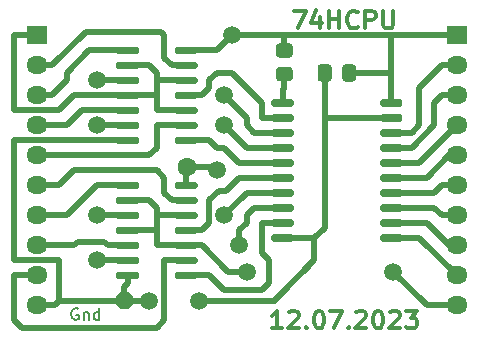
<source format=gbr>
G04 #@! TF.GenerationSoftware,KiCad,Pcbnew,(5.1.8)-1*
G04 #@! TF.CreationDate,2023-07-12T22:57:21+03:00*
G04 #@! TF.ProjectId,INV,494e562e-6b69-4636-9164-5f7063625858,rev?*
G04 #@! TF.SameCoordinates,PX48ab840PY2455c20*
G04 #@! TF.FileFunction,Copper,L1,Top*
G04 #@! TF.FilePolarity,Positive*
%FSLAX46Y46*%
G04 Gerber Fmt 4.6, Leading zero omitted, Abs format (unit mm)*
G04 Created by KiCad (PCBNEW (5.1.8)-1) date 2023-07-12 22:57:21*
%MOMM*%
%LPD*%
G01*
G04 APERTURE LIST*
G04 #@! TA.AperFunction,NonConductor*
%ADD10C,0.150000*%
G04 #@! TD*
G04 #@! TA.AperFunction,NonConductor*
%ADD11C,0.300000*%
G04 #@! TD*
G04 #@! TA.AperFunction,ComponentPad*
%ADD12C,1.600000*%
G04 #@! TD*
G04 #@! TA.AperFunction,ComponentPad*
%ADD13O,1.800000X1.500000*%
G04 #@! TD*
G04 #@! TA.AperFunction,ComponentPad*
%ADD14R,1.800000X1.500000*%
G04 #@! TD*
G04 #@! TA.AperFunction,ViaPad*
%ADD15C,1.500000*%
G04 #@! TD*
G04 #@! TA.AperFunction,Conductor*
%ADD16C,0.500000*%
G04 #@! TD*
G04 #@! TA.AperFunction,Conductor*
%ADD17C,0.400000*%
G04 #@! TD*
G04 APERTURE END LIST*
D10*
X6024642Y-25662000D02*
X5929404Y-25614380D01*
X5786547Y-25614380D01*
X5643690Y-25662000D01*
X5548452Y-25757238D01*
X5500833Y-25852476D01*
X5453214Y-26042952D01*
X5453214Y-26185809D01*
X5500833Y-26376285D01*
X5548452Y-26471523D01*
X5643690Y-26566761D01*
X5786547Y-26614380D01*
X5881785Y-26614380D01*
X6024642Y-26566761D01*
X6072261Y-26519142D01*
X6072261Y-26185809D01*
X5881785Y-26185809D01*
X6500833Y-25947714D02*
X6500833Y-26614380D01*
X6500833Y-26042952D02*
X6548452Y-25995333D01*
X6643690Y-25947714D01*
X6786547Y-25947714D01*
X6881785Y-25995333D01*
X6929404Y-26090571D01*
X6929404Y-26614380D01*
X7834166Y-26614380D02*
X7834166Y-25614380D01*
X7834166Y-26566761D02*
X7738928Y-26614380D01*
X7548452Y-26614380D01*
X7453214Y-26566761D01*
X7405595Y-26519142D01*
X7357976Y-26423904D01*
X7357976Y-26138190D01*
X7405595Y-26042952D01*
X7453214Y-25995333D01*
X7548452Y-25947714D01*
X7738928Y-25947714D01*
X7834166Y-25995333D01*
D11*
X24289285Y-448571D02*
X25289285Y-448571D01*
X24646428Y-1948571D01*
X26503571Y-948571D02*
X26503571Y-1948571D01*
X26146428Y-377142D02*
X25789285Y-1448571D01*
X26717857Y-1448571D01*
X27289285Y-1948571D02*
X27289285Y-448571D01*
X27289285Y-1162857D02*
X28146428Y-1162857D01*
X28146428Y-1948571D02*
X28146428Y-448571D01*
X29717857Y-1805714D02*
X29646428Y-1877142D01*
X29432142Y-1948571D01*
X29289285Y-1948571D01*
X29075000Y-1877142D01*
X28932142Y-1734285D01*
X28860714Y-1591428D01*
X28789285Y-1305714D01*
X28789285Y-1091428D01*
X28860714Y-805714D01*
X28932142Y-662857D01*
X29075000Y-520000D01*
X29289285Y-448571D01*
X29432142Y-448571D01*
X29646428Y-520000D01*
X29717857Y-591428D01*
X30360714Y-1948571D02*
X30360714Y-448571D01*
X30932142Y-448571D01*
X31075000Y-520000D01*
X31146428Y-591428D01*
X31217857Y-734285D01*
X31217857Y-948571D01*
X31146428Y-1091428D01*
X31075000Y-1162857D01*
X30932142Y-1234285D01*
X30360714Y-1234285D01*
X31860714Y-448571D02*
X31860714Y-1662857D01*
X31932142Y-1805714D01*
X32003571Y-1877142D01*
X32146428Y-1948571D01*
X32432142Y-1948571D01*
X32575000Y-1877142D01*
X32646428Y-1805714D01*
X32717857Y-1662857D01*
X32717857Y-448571D01*
X23289285Y-27348571D02*
X22432142Y-27348571D01*
X22860714Y-27348571D02*
X22860714Y-25848571D01*
X22717857Y-26062857D01*
X22575000Y-26205714D01*
X22432142Y-26277142D01*
X23860714Y-25991428D02*
X23932142Y-25920000D01*
X24075000Y-25848571D01*
X24432142Y-25848571D01*
X24575000Y-25920000D01*
X24646428Y-25991428D01*
X24717857Y-26134285D01*
X24717857Y-26277142D01*
X24646428Y-26491428D01*
X23789285Y-27348571D01*
X24717857Y-27348571D01*
X25360714Y-27205714D02*
X25432142Y-27277142D01*
X25360714Y-27348571D01*
X25289285Y-27277142D01*
X25360714Y-27205714D01*
X25360714Y-27348571D01*
X26360714Y-25848571D02*
X26503571Y-25848571D01*
X26646428Y-25920000D01*
X26717857Y-25991428D01*
X26789285Y-26134285D01*
X26860714Y-26420000D01*
X26860714Y-26777142D01*
X26789285Y-27062857D01*
X26717857Y-27205714D01*
X26646428Y-27277142D01*
X26503571Y-27348571D01*
X26360714Y-27348571D01*
X26217857Y-27277142D01*
X26146428Y-27205714D01*
X26075000Y-27062857D01*
X26003571Y-26777142D01*
X26003571Y-26420000D01*
X26075000Y-26134285D01*
X26146428Y-25991428D01*
X26217857Y-25920000D01*
X26360714Y-25848571D01*
X27360714Y-25848571D02*
X28360714Y-25848571D01*
X27717857Y-27348571D01*
X28932142Y-27205714D02*
X29003571Y-27277142D01*
X28932142Y-27348571D01*
X28860714Y-27277142D01*
X28932142Y-27205714D01*
X28932142Y-27348571D01*
X29575000Y-25991428D02*
X29646428Y-25920000D01*
X29789285Y-25848571D01*
X30146428Y-25848571D01*
X30289285Y-25920000D01*
X30360714Y-25991428D01*
X30432142Y-26134285D01*
X30432142Y-26277142D01*
X30360714Y-26491428D01*
X29503571Y-27348571D01*
X30432142Y-27348571D01*
X31360714Y-25848571D02*
X31503571Y-25848571D01*
X31646428Y-25920000D01*
X31717857Y-25991428D01*
X31789285Y-26134285D01*
X31860714Y-26420000D01*
X31860714Y-26777142D01*
X31789285Y-27062857D01*
X31717857Y-27205714D01*
X31646428Y-27277142D01*
X31503571Y-27348571D01*
X31360714Y-27348571D01*
X31217857Y-27277142D01*
X31146428Y-27205714D01*
X31075000Y-27062857D01*
X31003571Y-26777142D01*
X31003571Y-26420000D01*
X31075000Y-26134285D01*
X31146428Y-25991428D01*
X31217857Y-25920000D01*
X31360714Y-25848571D01*
X32432142Y-25991428D02*
X32503571Y-25920000D01*
X32646428Y-25848571D01*
X33003571Y-25848571D01*
X33146428Y-25920000D01*
X33217857Y-25991428D01*
X33289285Y-26134285D01*
X33289285Y-26277142D01*
X33217857Y-26491428D01*
X32360714Y-27348571D01*
X33289285Y-27348571D01*
X33789285Y-25848571D02*
X34717857Y-25848571D01*
X34217857Y-26420000D01*
X34432142Y-26420000D01*
X34575000Y-26491428D01*
X34646428Y-26562857D01*
X34717857Y-26705714D01*
X34717857Y-27062857D01*
X34646428Y-27205714D01*
X34575000Y-27277142D01*
X34432142Y-27348571D01*
X34003571Y-27348571D01*
X33860714Y-27277142D01*
X33789285Y-27205714D01*
G04 #@! TA.AperFunction,SMDPad,CuDef*
G36*
G01*
X27490000Y-5240000D02*
X27490000Y-6190000D01*
G75*
G02*
X27240000Y-6440000I-250000J0D01*
G01*
X26565000Y-6440000D01*
G75*
G02*
X26315000Y-6190000I0J250000D01*
G01*
X26315000Y-5240000D01*
G75*
G02*
X26565000Y-4990000I250000J0D01*
G01*
X27240000Y-4990000D01*
G75*
G02*
X27490000Y-5240000I0J-250000D01*
G01*
G37*
G04 #@! TD.AperFunction*
G04 #@! TA.AperFunction,SMDPad,CuDef*
G36*
G01*
X29565000Y-5240000D02*
X29565000Y-6190000D01*
G75*
G02*
X29315000Y-6440000I-250000J0D01*
G01*
X28640000Y-6440000D01*
G75*
G02*
X28390000Y-6190000I0J250000D01*
G01*
X28390000Y-5240000D01*
G75*
G02*
X28640000Y-4990000I250000J0D01*
G01*
X29315000Y-4990000D01*
G75*
G02*
X29565000Y-5240000I0J-250000D01*
G01*
G37*
G04 #@! TD.AperFunction*
G04 #@! TA.AperFunction,ComponentPad*
G36*
G01*
X10295367Y-24256301D02*
X10295367Y-24256301D01*
G75*
G02*
X10682318Y-25319442I-338095J-725046D01*
G01*
X10682318Y-25319442D01*
G75*
G02*
X9619177Y-25706393I-725046J338095D01*
G01*
X9619177Y-25706393D01*
G75*
G02*
X9232226Y-24643252I338095J725046D01*
G01*
X9232226Y-24643252D01*
G75*
G02*
X10295367Y-24256301I725046J-338095D01*
G01*
G37*
G04 #@! TD.AperFunction*
D12*
X15240000Y-13652500D03*
G04 #@! TA.AperFunction,SMDPad,CuDef*
G36*
G01*
X23945001Y-4410000D02*
X23044999Y-4410000D01*
G75*
G02*
X22795000Y-4160001I0J249999D01*
G01*
X22795000Y-3459999D01*
G75*
G02*
X23044999Y-3210000I249999J0D01*
G01*
X23945001Y-3210000D01*
G75*
G02*
X24195000Y-3459999I0J-249999D01*
G01*
X24195000Y-4160001D01*
G75*
G02*
X23945001Y-4410000I-249999J0D01*
G01*
G37*
G04 #@! TD.AperFunction*
G04 #@! TA.AperFunction,SMDPad,CuDef*
G36*
G01*
X23945001Y-6410000D02*
X23044999Y-6410000D01*
G75*
G02*
X22795000Y-6160001I0J249999D01*
G01*
X22795000Y-5459999D01*
G75*
G02*
X23044999Y-5210000I249999J0D01*
G01*
X23945001Y-5210000D01*
G75*
G02*
X24195000Y-5459999I0J-249999D01*
G01*
X24195000Y-6160001D01*
G75*
G02*
X23945001Y-6410000I-249999J0D01*
G01*
G37*
G04 #@! TD.AperFunction*
G04 #@! TA.AperFunction,SMDPad,CuDef*
G36*
G01*
X31590000Y-8405000D02*
X31590000Y-8105000D01*
G75*
G02*
X31740000Y-7955000I150000J0D01*
G01*
X33340000Y-7955000D01*
G75*
G02*
X33490000Y-8105000I0J-150000D01*
G01*
X33490000Y-8405000D01*
G75*
G02*
X33340000Y-8555000I-150000J0D01*
G01*
X31740000Y-8555000D01*
G75*
G02*
X31590000Y-8405000I0J150000D01*
G01*
G37*
G04 #@! TD.AperFunction*
G04 #@! TA.AperFunction,SMDPad,CuDef*
G36*
G01*
X31590000Y-9675000D02*
X31590000Y-9375000D01*
G75*
G02*
X31740000Y-9225000I150000J0D01*
G01*
X33340000Y-9225000D01*
G75*
G02*
X33490000Y-9375000I0J-150000D01*
G01*
X33490000Y-9675000D01*
G75*
G02*
X33340000Y-9825000I-150000J0D01*
G01*
X31740000Y-9825000D01*
G75*
G02*
X31590000Y-9675000I0J150000D01*
G01*
G37*
G04 #@! TD.AperFunction*
G04 #@! TA.AperFunction,SMDPad,CuDef*
G36*
G01*
X31590000Y-10945000D02*
X31590000Y-10645000D01*
G75*
G02*
X31740000Y-10495000I150000J0D01*
G01*
X33340000Y-10495000D01*
G75*
G02*
X33490000Y-10645000I0J-150000D01*
G01*
X33490000Y-10945000D01*
G75*
G02*
X33340000Y-11095000I-150000J0D01*
G01*
X31740000Y-11095000D01*
G75*
G02*
X31590000Y-10945000I0J150000D01*
G01*
G37*
G04 #@! TD.AperFunction*
G04 #@! TA.AperFunction,SMDPad,CuDef*
G36*
G01*
X31590000Y-12215000D02*
X31590000Y-11915000D01*
G75*
G02*
X31740000Y-11765000I150000J0D01*
G01*
X33340000Y-11765000D01*
G75*
G02*
X33490000Y-11915000I0J-150000D01*
G01*
X33490000Y-12215000D01*
G75*
G02*
X33340000Y-12365000I-150000J0D01*
G01*
X31740000Y-12365000D01*
G75*
G02*
X31590000Y-12215000I0J150000D01*
G01*
G37*
G04 #@! TD.AperFunction*
G04 #@! TA.AperFunction,SMDPad,CuDef*
G36*
G01*
X31590000Y-13485000D02*
X31590000Y-13185000D01*
G75*
G02*
X31740000Y-13035000I150000J0D01*
G01*
X33340000Y-13035000D01*
G75*
G02*
X33490000Y-13185000I0J-150000D01*
G01*
X33490000Y-13485000D01*
G75*
G02*
X33340000Y-13635000I-150000J0D01*
G01*
X31740000Y-13635000D01*
G75*
G02*
X31590000Y-13485000I0J150000D01*
G01*
G37*
G04 #@! TD.AperFunction*
G04 #@! TA.AperFunction,SMDPad,CuDef*
G36*
G01*
X31590000Y-14755000D02*
X31590000Y-14455000D01*
G75*
G02*
X31740000Y-14305000I150000J0D01*
G01*
X33340000Y-14305000D01*
G75*
G02*
X33490000Y-14455000I0J-150000D01*
G01*
X33490000Y-14755000D01*
G75*
G02*
X33340000Y-14905000I-150000J0D01*
G01*
X31740000Y-14905000D01*
G75*
G02*
X31590000Y-14755000I0J150000D01*
G01*
G37*
G04 #@! TD.AperFunction*
G04 #@! TA.AperFunction,SMDPad,CuDef*
G36*
G01*
X31590000Y-16025000D02*
X31590000Y-15725000D01*
G75*
G02*
X31740000Y-15575000I150000J0D01*
G01*
X33340000Y-15575000D01*
G75*
G02*
X33490000Y-15725000I0J-150000D01*
G01*
X33490000Y-16025000D01*
G75*
G02*
X33340000Y-16175000I-150000J0D01*
G01*
X31740000Y-16175000D01*
G75*
G02*
X31590000Y-16025000I0J150000D01*
G01*
G37*
G04 #@! TD.AperFunction*
G04 #@! TA.AperFunction,SMDPad,CuDef*
G36*
G01*
X31590000Y-17295000D02*
X31590000Y-16995000D01*
G75*
G02*
X31740000Y-16845000I150000J0D01*
G01*
X33340000Y-16845000D01*
G75*
G02*
X33490000Y-16995000I0J-150000D01*
G01*
X33490000Y-17295000D01*
G75*
G02*
X33340000Y-17445000I-150000J0D01*
G01*
X31740000Y-17445000D01*
G75*
G02*
X31590000Y-17295000I0J150000D01*
G01*
G37*
G04 #@! TD.AperFunction*
G04 #@! TA.AperFunction,SMDPad,CuDef*
G36*
G01*
X31590000Y-18565000D02*
X31590000Y-18265000D01*
G75*
G02*
X31740000Y-18115000I150000J0D01*
G01*
X33340000Y-18115000D01*
G75*
G02*
X33490000Y-18265000I0J-150000D01*
G01*
X33490000Y-18565000D01*
G75*
G02*
X33340000Y-18715000I-150000J0D01*
G01*
X31740000Y-18715000D01*
G75*
G02*
X31590000Y-18565000I0J150000D01*
G01*
G37*
G04 #@! TD.AperFunction*
G04 #@! TA.AperFunction,SMDPad,CuDef*
G36*
G01*
X31590000Y-19835000D02*
X31590000Y-19535000D01*
G75*
G02*
X31740000Y-19385000I150000J0D01*
G01*
X33340000Y-19385000D01*
G75*
G02*
X33490000Y-19535000I0J-150000D01*
G01*
X33490000Y-19835000D01*
G75*
G02*
X33340000Y-19985000I-150000J0D01*
G01*
X31740000Y-19985000D01*
G75*
G02*
X31590000Y-19835000I0J150000D01*
G01*
G37*
G04 #@! TD.AperFunction*
G04 #@! TA.AperFunction,SMDPad,CuDef*
G36*
G01*
X22390000Y-19835000D02*
X22390000Y-19535000D01*
G75*
G02*
X22540000Y-19385000I150000J0D01*
G01*
X24140000Y-19385000D01*
G75*
G02*
X24290000Y-19535000I0J-150000D01*
G01*
X24290000Y-19835000D01*
G75*
G02*
X24140000Y-19985000I-150000J0D01*
G01*
X22540000Y-19985000D01*
G75*
G02*
X22390000Y-19835000I0J150000D01*
G01*
G37*
G04 #@! TD.AperFunction*
G04 #@! TA.AperFunction,SMDPad,CuDef*
G36*
G01*
X22390000Y-18565000D02*
X22390000Y-18265000D01*
G75*
G02*
X22540000Y-18115000I150000J0D01*
G01*
X24140000Y-18115000D01*
G75*
G02*
X24290000Y-18265000I0J-150000D01*
G01*
X24290000Y-18565000D01*
G75*
G02*
X24140000Y-18715000I-150000J0D01*
G01*
X22540000Y-18715000D01*
G75*
G02*
X22390000Y-18565000I0J150000D01*
G01*
G37*
G04 #@! TD.AperFunction*
G04 #@! TA.AperFunction,SMDPad,CuDef*
G36*
G01*
X22390000Y-17295000D02*
X22390000Y-16995000D01*
G75*
G02*
X22540000Y-16845000I150000J0D01*
G01*
X24140000Y-16845000D01*
G75*
G02*
X24290000Y-16995000I0J-150000D01*
G01*
X24290000Y-17295000D01*
G75*
G02*
X24140000Y-17445000I-150000J0D01*
G01*
X22540000Y-17445000D01*
G75*
G02*
X22390000Y-17295000I0J150000D01*
G01*
G37*
G04 #@! TD.AperFunction*
G04 #@! TA.AperFunction,SMDPad,CuDef*
G36*
G01*
X22390000Y-16025000D02*
X22390000Y-15725000D01*
G75*
G02*
X22540000Y-15575000I150000J0D01*
G01*
X24140000Y-15575000D01*
G75*
G02*
X24290000Y-15725000I0J-150000D01*
G01*
X24290000Y-16025000D01*
G75*
G02*
X24140000Y-16175000I-150000J0D01*
G01*
X22540000Y-16175000D01*
G75*
G02*
X22390000Y-16025000I0J150000D01*
G01*
G37*
G04 #@! TD.AperFunction*
G04 #@! TA.AperFunction,SMDPad,CuDef*
G36*
G01*
X22390000Y-14755000D02*
X22390000Y-14455000D01*
G75*
G02*
X22540000Y-14305000I150000J0D01*
G01*
X24140000Y-14305000D01*
G75*
G02*
X24290000Y-14455000I0J-150000D01*
G01*
X24290000Y-14755000D01*
G75*
G02*
X24140000Y-14905000I-150000J0D01*
G01*
X22540000Y-14905000D01*
G75*
G02*
X22390000Y-14755000I0J150000D01*
G01*
G37*
G04 #@! TD.AperFunction*
G04 #@! TA.AperFunction,SMDPad,CuDef*
G36*
G01*
X22390000Y-13485000D02*
X22390000Y-13185000D01*
G75*
G02*
X22540000Y-13035000I150000J0D01*
G01*
X24140000Y-13035000D01*
G75*
G02*
X24290000Y-13185000I0J-150000D01*
G01*
X24290000Y-13485000D01*
G75*
G02*
X24140000Y-13635000I-150000J0D01*
G01*
X22540000Y-13635000D01*
G75*
G02*
X22390000Y-13485000I0J150000D01*
G01*
G37*
G04 #@! TD.AperFunction*
G04 #@! TA.AperFunction,SMDPad,CuDef*
G36*
G01*
X22390000Y-12215000D02*
X22390000Y-11915000D01*
G75*
G02*
X22540000Y-11765000I150000J0D01*
G01*
X24140000Y-11765000D01*
G75*
G02*
X24290000Y-11915000I0J-150000D01*
G01*
X24290000Y-12215000D01*
G75*
G02*
X24140000Y-12365000I-150000J0D01*
G01*
X22540000Y-12365000D01*
G75*
G02*
X22390000Y-12215000I0J150000D01*
G01*
G37*
G04 #@! TD.AperFunction*
G04 #@! TA.AperFunction,SMDPad,CuDef*
G36*
G01*
X22390000Y-10945000D02*
X22390000Y-10645000D01*
G75*
G02*
X22540000Y-10495000I150000J0D01*
G01*
X24140000Y-10495000D01*
G75*
G02*
X24290000Y-10645000I0J-150000D01*
G01*
X24290000Y-10945000D01*
G75*
G02*
X24140000Y-11095000I-150000J0D01*
G01*
X22540000Y-11095000D01*
G75*
G02*
X22390000Y-10945000I0J150000D01*
G01*
G37*
G04 #@! TD.AperFunction*
G04 #@! TA.AperFunction,SMDPad,CuDef*
G36*
G01*
X22390000Y-9675000D02*
X22390000Y-9375000D01*
G75*
G02*
X22540000Y-9225000I150000J0D01*
G01*
X24140000Y-9225000D01*
G75*
G02*
X24290000Y-9375000I0J-150000D01*
G01*
X24290000Y-9675000D01*
G75*
G02*
X24140000Y-9825000I-150000J0D01*
G01*
X22540000Y-9825000D01*
G75*
G02*
X22390000Y-9675000I0J150000D01*
G01*
G37*
G04 #@! TD.AperFunction*
G04 #@! TA.AperFunction,SMDPad,CuDef*
G36*
G01*
X22390000Y-8405000D02*
X22390000Y-8105000D01*
G75*
G02*
X22540000Y-7955000I150000J0D01*
G01*
X24140000Y-7955000D01*
G75*
G02*
X24290000Y-8105000I0J-150000D01*
G01*
X24290000Y-8405000D01*
G75*
G02*
X24140000Y-8555000I-150000J0D01*
G01*
X22540000Y-8555000D01*
G75*
G02*
X22390000Y-8405000I0J150000D01*
G01*
G37*
G04 #@! TD.AperFunction*
D13*
X38100000Y-25400000D03*
X38100000Y-22860000D03*
X38100000Y-20320000D03*
X38100000Y-17780000D03*
X38100000Y-15240000D03*
X38100000Y-12700000D03*
X38100000Y-10160000D03*
X38100000Y-7620000D03*
X38100000Y-5080000D03*
D14*
X38100000Y-2540000D03*
D13*
X2540000Y-25400000D03*
X2540000Y-22860000D03*
X2540000Y-20320000D03*
X2540000Y-17780000D03*
X2540000Y-15240000D03*
X2540000Y-12700000D03*
X2540000Y-10160000D03*
X2540000Y-7620000D03*
X2540000Y-5080000D03*
D14*
X2540000Y-2540000D03*
G04 #@! TA.AperFunction,SMDPad,CuDef*
G36*
G01*
X9250000Y-3960000D02*
X9250000Y-3660000D01*
G75*
G02*
X9400000Y-3510000I150000J0D01*
G01*
X11050000Y-3510000D01*
G75*
G02*
X11200000Y-3660000I0J-150000D01*
G01*
X11200000Y-3960000D01*
G75*
G02*
X11050000Y-4110000I-150000J0D01*
G01*
X9400000Y-4110000D01*
G75*
G02*
X9250000Y-3960000I0J150000D01*
G01*
G37*
G04 #@! TD.AperFunction*
G04 #@! TA.AperFunction,SMDPad,CuDef*
G36*
G01*
X9250000Y-5230000D02*
X9250000Y-4930000D01*
G75*
G02*
X9400000Y-4780000I150000J0D01*
G01*
X11050000Y-4780000D01*
G75*
G02*
X11200000Y-4930000I0J-150000D01*
G01*
X11200000Y-5230000D01*
G75*
G02*
X11050000Y-5380000I-150000J0D01*
G01*
X9400000Y-5380000D01*
G75*
G02*
X9250000Y-5230000I0J150000D01*
G01*
G37*
G04 #@! TD.AperFunction*
G04 #@! TA.AperFunction,SMDPad,CuDef*
G36*
G01*
X9250000Y-6500000D02*
X9250000Y-6200000D01*
G75*
G02*
X9400000Y-6050000I150000J0D01*
G01*
X11050000Y-6050000D01*
G75*
G02*
X11200000Y-6200000I0J-150000D01*
G01*
X11200000Y-6500000D01*
G75*
G02*
X11050000Y-6650000I-150000J0D01*
G01*
X9400000Y-6650000D01*
G75*
G02*
X9250000Y-6500000I0J150000D01*
G01*
G37*
G04 #@! TD.AperFunction*
G04 #@! TA.AperFunction,SMDPad,CuDef*
G36*
G01*
X9250000Y-7770000D02*
X9250000Y-7470000D01*
G75*
G02*
X9400000Y-7320000I150000J0D01*
G01*
X11050000Y-7320000D01*
G75*
G02*
X11200000Y-7470000I0J-150000D01*
G01*
X11200000Y-7770000D01*
G75*
G02*
X11050000Y-7920000I-150000J0D01*
G01*
X9400000Y-7920000D01*
G75*
G02*
X9250000Y-7770000I0J150000D01*
G01*
G37*
G04 #@! TD.AperFunction*
G04 #@! TA.AperFunction,SMDPad,CuDef*
G36*
G01*
X9250000Y-9040000D02*
X9250000Y-8740000D01*
G75*
G02*
X9400000Y-8590000I150000J0D01*
G01*
X11050000Y-8590000D01*
G75*
G02*
X11200000Y-8740000I0J-150000D01*
G01*
X11200000Y-9040000D01*
G75*
G02*
X11050000Y-9190000I-150000J0D01*
G01*
X9400000Y-9190000D01*
G75*
G02*
X9250000Y-9040000I0J150000D01*
G01*
G37*
G04 #@! TD.AperFunction*
G04 #@! TA.AperFunction,SMDPad,CuDef*
G36*
G01*
X9250000Y-10310000D02*
X9250000Y-10010000D01*
G75*
G02*
X9400000Y-9860000I150000J0D01*
G01*
X11050000Y-9860000D01*
G75*
G02*
X11200000Y-10010000I0J-150000D01*
G01*
X11200000Y-10310000D01*
G75*
G02*
X11050000Y-10460000I-150000J0D01*
G01*
X9400000Y-10460000D01*
G75*
G02*
X9250000Y-10310000I0J150000D01*
G01*
G37*
G04 #@! TD.AperFunction*
G04 #@! TA.AperFunction,SMDPad,CuDef*
G36*
G01*
X9250000Y-11580000D02*
X9250000Y-11280000D01*
G75*
G02*
X9400000Y-11130000I150000J0D01*
G01*
X11050000Y-11130000D01*
G75*
G02*
X11200000Y-11280000I0J-150000D01*
G01*
X11200000Y-11580000D01*
G75*
G02*
X11050000Y-11730000I-150000J0D01*
G01*
X9400000Y-11730000D01*
G75*
G02*
X9250000Y-11580000I0J150000D01*
G01*
G37*
G04 #@! TD.AperFunction*
G04 #@! TA.AperFunction,SMDPad,CuDef*
G36*
G01*
X14200000Y-11580000D02*
X14200000Y-11280000D01*
G75*
G02*
X14350000Y-11130000I150000J0D01*
G01*
X16000000Y-11130000D01*
G75*
G02*
X16150000Y-11280000I0J-150000D01*
G01*
X16150000Y-11580000D01*
G75*
G02*
X16000000Y-11730000I-150000J0D01*
G01*
X14350000Y-11730000D01*
G75*
G02*
X14200000Y-11580000I0J150000D01*
G01*
G37*
G04 #@! TD.AperFunction*
G04 #@! TA.AperFunction,SMDPad,CuDef*
G36*
G01*
X14200000Y-10310000D02*
X14200000Y-10010000D01*
G75*
G02*
X14350000Y-9860000I150000J0D01*
G01*
X16000000Y-9860000D01*
G75*
G02*
X16150000Y-10010000I0J-150000D01*
G01*
X16150000Y-10310000D01*
G75*
G02*
X16000000Y-10460000I-150000J0D01*
G01*
X14350000Y-10460000D01*
G75*
G02*
X14200000Y-10310000I0J150000D01*
G01*
G37*
G04 #@! TD.AperFunction*
G04 #@! TA.AperFunction,SMDPad,CuDef*
G36*
G01*
X14200000Y-9040000D02*
X14200000Y-8740000D01*
G75*
G02*
X14350000Y-8590000I150000J0D01*
G01*
X16000000Y-8590000D01*
G75*
G02*
X16150000Y-8740000I0J-150000D01*
G01*
X16150000Y-9040000D01*
G75*
G02*
X16000000Y-9190000I-150000J0D01*
G01*
X14350000Y-9190000D01*
G75*
G02*
X14200000Y-9040000I0J150000D01*
G01*
G37*
G04 #@! TD.AperFunction*
G04 #@! TA.AperFunction,SMDPad,CuDef*
G36*
G01*
X14200000Y-7770000D02*
X14200000Y-7470000D01*
G75*
G02*
X14350000Y-7320000I150000J0D01*
G01*
X16000000Y-7320000D01*
G75*
G02*
X16150000Y-7470000I0J-150000D01*
G01*
X16150000Y-7770000D01*
G75*
G02*
X16000000Y-7920000I-150000J0D01*
G01*
X14350000Y-7920000D01*
G75*
G02*
X14200000Y-7770000I0J150000D01*
G01*
G37*
G04 #@! TD.AperFunction*
G04 #@! TA.AperFunction,SMDPad,CuDef*
G36*
G01*
X14200000Y-6500000D02*
X14200000Y-6200000D01*
G75*
G02*
X14350000Y-6050000I150000J0D01*
G01*
X16000000Y-6050000D01*
G75*
G02*
X16150000Y-6200000I0J-150000D01*
G01*
X16150000Y-6500000D01*
G75*
G02*
X16000000Y-6650000I-150000J0D01*
G01*
X14350000Y-6650000D01*
G75*
G02*
X14200000Y-6500000I0J150000D01*
G01*
G37*
G04 #@! TD.AperFunction*
G04 #@! TA.AperFunction,SMDPad,CuDef*
G36*
G01*
X14200000Y-5230000D02*
X14200000Y-4930000D01*
G75*
G02*
X14350000Y-4780000I150000J0D01*
G01*
X16000000Y-4780000D01*
G75*
G02*
X16150000Y-4930000I0J-150000D01*
G01*
X16150000Y-5230000D01*
G75*
G02*
X16000000Y-5380000I-150000J0D01*
G01*
X14350000Y-5380000D01*
G75*
G02*
X14200000Y-5230000I0J150000D01*
G01*
G37*
G04 #@! TD.AperFunction*
G04 #@! TA.AperFunction,SMDPad,CuDef*
G36*
G01*
X14200000Y-3960000D02*
X14200000Y-3660000D01*
G75*
G02*
X14350000Y-3510000I150000J0D01*
G01*
X16000000Y-3510000D01*
G75*
G02*
X16150000Y-3660000I0J-150000D01*
G01*
X16150000Y-3960000D01*
G75*
G02*
X16000000Y-4110000I-150000J0D01*
G01*
X14350000Y-4110000D01*
G75*
G02*
X14200000Y-3960000I0J150000D01*
G01*
G37*
G04 #@! TD.AperFunction*
G04 #@! TA.AperFunction,SMDPad,CuDef*
G36*
G01*
X14200000Y-15390000D02*
X14200000Y-15090000D01*
G75*
G02*
X14350000Y-14940000I150000J0D01*
G01*
X16000000Y-14940000D01*
G75*
G02*
X16150000Y-15090000I0J-150000D01*
G01*
X16150000Y-15390000D01*
G75*
G02*
X16000000Y-15540000I-150000J0D01*
G01*
X14350000Y-15540000D01*
G75*
G02*
X14200000Y-15390000I0J150000D01*
G01*
G37*
G04 #@! TD.AperFunction*
G04 #@! TA.AperFunction,SMDPad,CuDef*
G36*
G01*
X14200000Y-16660000D02*
X14200000Y-16360000D01*
G75*
G02*
X14350000Y-16210000I150000J0D01*
G01*
X16000000Y-16210000D01*
G75*
G02*
X16150000Y-16360000I0J-150000D01*
G01*
X16150000Y-16660000D01*
G75*
G02*
X16000000Y-16810000I-150000J0D01*
G01*
X14350000Y-16810000D01*
G75*
G02*
X14200000Y-16660000I0J150000D01*
G01*
G37*
G04 #@! TD.AperFunction*
G04 #@! TA.AperFunction,SMDPad,CuDef*
G36*
G01*
X14200000Y-17930000D02*
X14200000Y-17630000D01*
G75*
G02*
X14350000Y-17480000I150000J0D01*
G01*
X16000000Y-17480000D01*
G75*
G02*
X16150000Y-17630000I0J-150000D01*
G01*
X16150000Y-17930000D01*
G75*
G02*
X16000000Y-18080000I-150000J0D01*
G01*
X14350000Y-18080000D01*
G75*
G02*
X14200000Y-17930000I0J150000D01*
G01*
G37*
G04 #@! TD.AperFunction*
G04 #@! TA.AperFunction,SMDPad,CuDef*
G36*
G01*
X14200000Y-19200000D02*
X14200000Y-18900000D01*
G75*
G02*
X14350000Y-18750000I150000J0D01*
G01*
X16000000Y-18750000D01*
G75*
G02*
X16150000Y-18900000I0J-150000D01*
G01*
X16150000Y-19200000D01*
G75*
G02*
X16000000Y-19350000I-150000J0D01*
G01*
X14350000Y-19350000D01*
G75*
G02*
X14200000Y-19200000I0J150000D01*
G01*
G37*
G04 #@! TD.AperFunction*
G04 #@! TA.AperFunction,SMDPad,CuDef*
G36*
G01*
X14200000Y-20470000D02*
X14200000Y-20170000D01*
G75*
G02*
X14350000Y-20020000I150000J0D01*
G01*
X16000000Y-20020000D01*
G75*
G02*
X16150000Y-20170000I0J-150000D01*
G01*
X16150000Y-20470000D01*
G75*
G02*
X16000000Y-20620000I-150000J0D01*
G01*
X14350000Y-20620000D01*
G75*
G02*
X14200000Y-20470000I0J150000D01*
G01*
G37*
G04 #@! TD.AperFunction*
G04 #@! TA.AperFunction,SMDPad,CuDef*
G36*
G01*
X14200000Y-21740000D02*
X14200000Y-21440000D01*
G75*
G02*
X14350000Y-21290000I150000J0D01*
G01*
X16000000Y-21290000D01*
G75*
G02*
X16150000Y-21440000I0J-150000D01*
G01*
X16150000Y-21740000D01*
G75*
G02*
X16000000Y-21890000I-150000J0D01*
G01*
X14350000Y-21890000D01*
G75*
G02*
X14200000Y-21740000I0J150000D01*
G01*
G37*
G04 #@! TD.AperFunction*
G04 #@! TA.AperFunction,SMDPad,CuDef*
G36*
G01*
X14200000Y-23010000D02*
X14200000Y-22710000D01*
G75*
G02*
X14350000Y-22560000I150000J0D01*
G01*
X16000000Y-22560000D01*
G75*
G02*
X16150000Y-22710000I0J-150000D01*
G01*
X16150000Y-23010000D01*
G75*
G02*
X16000000Y-23160000I-150000J0D01*
G01*
X14350000Y-23160000D01*
G75*
G02*
X14200000Y-23010000I0J150000D01*
G01*
G37*
G04 #@! TD.AperFunction*
G04 #@! TA.AperFunction,SMDPad,CuDef*
G36*
G01*
X9250000Y-23010000D02*
X9250000Y-22710000D01*
G75*
G02*
X9400000Y-22560000I150000J0D01*
G01*
X11050000Y-22560000D01*
G75*
G02*
X11200000Y-22710000I0J-150000D01*
G01*
X11200000Y-23010000D01*
G75*
G02*
X11050000Y-23160000I-150000J0D01*
G01*
X9400000Y-23160000D01*
G75*
G02*
X9250000Y-23010000I0J150000D01*
G01*
G37*
G04 #@! TD.AperFunction*
G04 #@! TA.AperFunction,SMDPad,CuDef*
G36*
G01*
X9250000Y-21740000D02*
X9250000Y-21440000D01*
G75*
G02*
X9400000Y-21290000I150000J0D01*
G01*
X11050000Y-21290000D01*
G75*
G02*
X11200000Y-21440000I0J-150000D01*
G01*
X11200000Y-21740000D01*
G75*
G02*
X11050000Y-21890000I-150000J0D01*
G01*
X9400000Y-21890000D01*
G75*
G02*
X9250000Y-21740000I0J150000D01*
G01*
G37*
G04 #@! TD.AperFunction*
G04 #@! TA.AperFunction,SMDPad,CuDef*
G36*
G01*
X9250000Y-20470000D02*
X9250000Y-20170000D01*
G75*
G02*
X9400000Y-20020000I150000J0D01*
G01*
X11050000Y-20020000D01*
G75*
G02*
X11200000Y-20170000I0J-150000D01*
G01*
X11200000Y-20470000D01*
G75*
G02*
X11050000Y-20620000I-150000J0D01*
G01*
X9400000Y-20620000D01*
G75*
G02*
X9250000Y-20470000I0J150000D01*
G01*
G37*
G04 #@! TD.AperFunction*
G04 #@! TA.AperFunction,SMDPad,CuDef*
G36*
G01*
X9250000Y-19200000D02*
X9250000Y-18900000D01*
G75*
G02*
X9400000Y-18750000I150000J0D01*
G01*
X11050000Y-18750000D01*
G75*
G02*
X11200000Y-18900000I0J-150000D01*
G01*
X11200000Y-19200000D01*
G75*
G02*
X11050000Y-19350000I-150000J0D01*
G01*
X9400000Y-19350000D01*
G75*
G02*
X9250000Y-19200000I0J150000D01*
G01*
G37*
G04 #@! TD.AperFunction*
G04 #@! TA.AperFunction,SMDPad,CuDef*
G36*
G01*
X9250000Y-17930000D02*
X9250000Y-17630000D01*
G75*
G02*
X9400000Y-17480000I150000J0D01*
G01*
X11050000Y-17480000D01*
G75*
G02*
X11200000Y-17630000I0J-150000D01*
G01*
X11200000Y-17930000D01*
G75*
G02*
X11050000Y-18080000I-150000J0D01*
G01*
X9400000Y-18080000D01*
G75*
G02*
X9250000Y-17930000I0J150000D01*
G01*
G37*
G04 #@! TD.AperFunction*
G04 #@! TA.AperFunction,SMDPad,CuDef*
G36*
G01*
X9250000Y-16660000D02*
X9250000Y-16360000D01*
G75*
G02*
X9400000Y-16210000I150000J0D01*
G01*
X11050000Y-16210000D01*
G75*
G02*
X11200000Y-16360000I0J-150000D01*
G01*
X11200000Y-16660000D01*
G75*
G02*
X11050000Y-16810000I-150000J0D01*
G01*
X9400000Y-16810000D01*
G75*
G02*
X9250000Y-16660000I0J150000D01*
G01*
G37*
G04 #@! TD.AperFunction*
G04 #@! TA.AperFunction,SMDPad,CuDef*
G36*
G01*
X9250000Y-15390000D02*
X9250000Y-15090000D01*
G75*
G02*
X9400000Y-14940000I150000J0D01*
G01*
X11050000Y-14940000D01*
G75*
G02*
X11200000Y-15090000I0J-150000D01*
G01*
X11200000Y-15390000D01*
G75*
G02*
X11050000Y-15540000I-150000J0D01*
G01*
X9400000Y-15540000D01*
G75*
G02*
X9250000Y-15390000I0J150000D01*
G01*
G37*
G04 #@! TD.AperFunction*
D15*
X17780000Y-13970000D03*
X19050000Y-2540000D03*
X12065000Y-25019000D03*
X16256000Y-25019000D03*
X7620000Y-21590000D03*
X19685000Y-20320000D03*
X7620000Y-17780000D03*
X18415000Y-17780000D03*
X7620000Y-10160000D03*
X18415000Y-10160000D03*
X7620000Y-6350000D03*
X18415000Y-7620000D03*
X20320000Y-22542500D03*
X32702500Y-22542500D03*
D16*
X17780000Y-3810000D02*
X19050000Y-2540000D01*
X15175000Y-3810000D02*
X17780000Y-3810000D01*
X17780000Y-13970000D02*
X17780000Y-13970000D01*
X19050000Y-2540000D02*
X22225000Y-2540000D01*
X32385000Y-2540000D02*
X38100000Y-2540000D01*
X32385000Y-5715000D02*
X32540000Y-5870000D01*
X28977500Y-5715000D02*
X32385000Y-5715000D01*
X32540000Y-5870000D02*
X32540000Y-6505000D01*
X32540000Y-6505000D02*
X32540000Y-8255000D01*
X32540000Y-4290000D02*
X32540000Y-2695000D01*
X32540000Y-2695000D02*
X32385000Y-2540000D01*
X32540000Y-6505000D02*
X32540000Y-4290000D01*
X23495000Y-2540000D02*
X23495000Y-3810000D01*
X22225000Y-2540000D02*
X23495000Y-2540000D01*
X23495000Y-2540000D02*
X32385000Y-2540000D01*
X19050000Y-2540000D02*
X19050000Y-2540000D01*
X15175000Y-14035000D02*
X15557500Y-13652500D01*
X15175000Y-15240000D02*
X15175000Y-14035000D01*
X17462500Y-13652500D02*
X17780000Y-13970000D01*
X15557500Y-13652500D02*
X17462500Y-13652500D01*
X10160000Y-22925000D02*
X10225000Y-22860000D01*
X635000Y-11430000D02*
X635000Y-21590000D01*
X10225000Y-11430000D02*
X635000Y-11430000D01*
X635000Y-21590000D02*
X4445000Y-21590000D01*
X4445000Y-21590000D02*
X4445000Y-25019000D01*
X26035000Y-19685000D02*
X23340000Y-19685000D01*
X26902500Y-18817500D02*
X26035000Y-19685000D01*
X26902500Y-5715000D02*
X26902500Y-9440000D01*
X26902500Y-9440000D02*
X26902500Y-18817500D01*
X26987500Y-9525000D02*
X26902500Y-9440000D01*
X32540000Y-9525000D02*
X26987500Y-9525000D01*
X26035000Y-21590000D02*
X26035000Y-21590000D01*
X25400000Y-22225000D02*
X26035000Y-21590000D01*
X26035000Y-19685000D02*
X26035000Y-21590000D01*
X10058425Y-25019000D02*
X4445000Y-25019000D01*
X10225000Y-23532544D02*
X9957272Y-23800272D01*
X10225000Y-22860000D02*
X10225000Y-23532544D01*
X9957272Y-24981347D02*
X9957272Y-23800272D01*
X12027347Y-24981347D02*
X12065000Y-25019000D01*
X9957272Y-24981347D02*
X12027347Y-24981347D01*
X4445000Y-25019000D02*
X4064000Y-25400000D01*
X4064000Y-25400000D02*
X2540000Y-25400000D01*
D17*
X22606000Y-25019000D02*
X24765000Y-22860000D01*
D16*
X16256000Y-25019000D02*
X22606000Y-25019000D01*
D17*
X24765000Y-22860000D02*
X25400000Y-22225000D01*
D16*
X22606000Y-25019000D02*
X26035000Y-21590000D01*
X21590000Y-20955000D02*
X21590000Y-18415000D01*
X22225000Y-21590000D02*
X21590000Y-20955000D01*
X22225000Y-23495000D02*
X22225000Y-21590000D01*
X21590000Y-24130000D02*
X22225000Y-23495000D01*
X21590000Y-18415000D02*
X23340000Y-18415000D01*
X18415000Y-24130000D02*
X21590000Y-24130000D01*
X17145000Y-22860000D02*
X18415000Y-24130000D01*
X15175000Y-22860000D02*
X17145000Y-22860000D01*
X10225000Y-21590000D02*
X7620000Y-21590000D01*
X7620000Y-21590000D02*
X7620000Y-21590000D01*
X20955000Y-17145000D02*
X23340000Y-17145000D01*
X20320000Y-17780000D02*
X20955000Y-17145000D01*
X19685000Y-20320000D02*
X19685000Y-19050000D01*
X19685000Y-19050000D02*
X20320000Y-18415000D01*
X20320000Y-18415000D02*
X20320000Y-17780000D01*
X10225000Y-17780000D02*
X8255000Y-17780000D01*
X8255000Y-17780000D02*
X8255000Y-17780000D01*
X7620000Y-17780000D02*
X8255000Y-17780000D01*
X20320000Y-15875000D02*
X18415000Y-17780000D01*
X23340000Y-15875000D02*
X20320000Y-15875000D01*
X19685000Y-14605000D02*
X23340000Y-14605000D01*
X18573750Y-15716250D02*
X19685000Y-14605000D01*
X17938750Y-15716250D02*
X18573750Y-15716250D01*
X17145000Y-16510000D02*
X17938750Y-15716250D01*
X17145000Y-18415000D02*
X17145000Y-16510000D01*
X16510000Y-19050000D02*
X17145000Y-18415000D01*
X15175000Y-19050000D02*
X16510000Y-19050000D01*
X19685000Y-13335000D02*
X23340000Y-13335000D01*
X18415000Y-12065000D02*
X19685000Y-13335000D01*
X17780000Y-12065000D02*
X18415000Y-12065000D01*
X17145000Y-11430000D02*
X17780000Y-12065000D01*
X15175000Y-11430000D02*
X17145000Y-11430000D01*
X10225000Y-10160000D02*
X8255000Y-10160000D01*
X8255000Y-10160000D02*
X7620000Y-10160000D01*
X7620000Y-10160000D02*
X7620000Y-10160000D01*
X20320000Y-12065000D02*
X18415000Y-10160000D01*
X23340000Y-12065000D02*
X20320000Y-12065000D01*
X10225000Y-6350000D02*
X7620000Y-6350000D01*
X7620000Y-6350000D02*
X7620000Y-6350000D01*
X23340000Y-10795000D02*
X20955000Y-10795000D01*
X20955000Y-10795000D02*
X20320000Y-10160000D01*
X20320000Y-9525000D02*
X18415000Y-7620000D01*
X20320000Y-10160000D02*
X20320000Y-9525000D01*
X21590000Y-9525000D02*
X23340000Y-9525000D01*
X21590000Y-8255000D02*
X21590000Y-9525000D01*
X19050000Y-5715000D02*
X21590000Y-8255000D01*
X17780000Y-5715000D02*
X19050000Y-5715000D01*
X17145000Y-6350000D02*
X17780000Y-5715000D01*
X16510000Y-7620000D02*
X17145000Y-6985000D01*
X17145000Y-6985000D02*
X17145000Y-6350000D01*
X15175000Y-7620000D02*
X16510000Y-7620000D01*
X1270000Y-27305000D02*
X12065000Y-27305000D01*
X635000Y-26670000D02*
X1270000Y-27305000D01*
X635000Y-22860000D02*
X635000Y-26670000D01*
X2540000Y-22860000D02*
X635000Y-22860000D01*
X15175000Y-21590000D02*
X13335000Y-21590000D01*
X13335000Y-21590000D02*
X13335000Y-26035000D01*
X12065000Y-27305000D02*
X12700000Y-27305000D01*
X13335000Y-26670000D02*
X13335000Y-26035000D01*
X12700000Y-27305000D02*
X13335000Y-26670000D01*
X5715000Y-20320000D02*
X2540000Y-20320000D01*
X6032500Y-20002500D02*
X5715000Y-20320000D01*
X8255000Y-20002500D02*
X6032500Y-20002500D01*
X8572500Y-20320000D02*
X8255000Y-20002500D01*
X10225000Y-20320000D02*
X8572500Y-20320000D01*
X7620000Y-15240000D02*
X10225000Y-15240000D01*
X5080000Y-17780000D02*
X7620000Y-15240000D01*
X2540000Y-17780000D02*
X5080000Y-17780000D01*
X5715000Y-13970000D02*
X4445000Y-15240000D01*
X4445000Y-15240000D02*
X2540000Y-15240000D01*
X12700000Y-13970000D02*
X5715000Y-13970000D01*
X13335000Y-14605000D02*
X12700000Y-13970000D01*
X13335000Y-15875000D02*
X13335000Y-14605000D01*
X13970000Y-16510000D02*
X13335000Y-15875000D01*
X15175000Y-16510000D02*
X13970000Y-16510000D01*
X10795000Y-12700000D02*
X2540000Y-12700000D01*
X15175000Y-10160000D02*
X12700000Y-10160000D01*
X12700000Y-12065000D02*
X12065000Y-12700000D01*
X12065000Y-12700000D02*
X10795000Y-12700000D01*
X12700000Y-10160000D02*
X12700000Y-12065000D01*
X5080000Y-10160000D02*
X2540000Y-10160000D01*
X6350000Y-8890000D02*
X5080000Y-10160000D01*
X10225000Y-8890000D02*
X6350000Y-8890000D01*
X7620000Y-3810000D02*
X10225000Y-3810000D01*
X6985000Y-3810000D02*
X7620000Y-3810000D01*
X2540000Y-7620000D02*
X3810000Y-7620000D01*
X3810000Y-7620000D02*
X5080000Y-6350000D01*
X5080000Y-6350000D02*
X5080000Y-5715000D01*
X5080000Y-5715000D02*
X6985000Y-3810000D01*
X3810000Y-5080000D02*
X2540000Y-5080000D01*
X6667500Y-2222500D02*
X3810000Y-5080000D01*
X13335000Y-2540000D02*
X13017500Y-2222500D01*
X13017500Y-2222500D02*
X6667500Y-2222500D01*
X13335000Y-4445000D02*
X13335000Y-2540000D01*
X13970000Y-5080000D02*
X13335000Y-4445000D01*
X15175000Y-5080000D02*
X13970000Y-5080000D01*
X12700000Y-8890000D02*
X15175000Y-8890000D01*
X12700000Y-6350000D02*
X15175000Y-6350000D01*
X12065000Y-5080000D02*
X12700000Y-5715000D01*
X12700000Y-5715000D02*
X12700000Y-6350000D01*
X10225000Y-5080000D02*
X12065000Y-5080000D01*
X10225000Y-7620000D02*
X12700000Y-7620000D01*
X12700000Y-7620000D02*
X12700000Y-8890000D01*
X12700000Y-6350000D02*
X12700000Y-7620000D01*
X635000Y-8890000D02*
X635000Y-2540000D01*
X635000Y-2540000D02*
X2540000Y-2540000D01*
X4445000Y-8890000D02*
X635000Y-8890000D01*
X5715000Y-7620000D02*
X4445000Y-8890000D01*
X10225000Y-7620000D02*
X5715000Y-7620000D01*
X5715000Y-7620000D02*
X5715000Y-7620000D01*
X12700000Y-20320000D02*
X15175000Y-20320000D01*
X12700000Y-17780000D02*
X15175000Y-17780000D01*
X12065000Y-16510000D02*
X12700000Y-17145000D01*
X12700000Y-17780000D02*
X12700000Y-17145000D01*
X10225000Y-16510000D02*
X12065000Y-16510000D01*
X10225000Y-19050000D02*
X12700000Y-19050000D01*
X12700000Y-19050000D02*
X12700000Y-17780000D01*
X12700000Y-20320000D02*
X12700000Y-19050000D01*
X16510000Y-20320000D02*
X15175000Y-20320000D01*
X18732500Y-22542500D02*
X16510000Y-20320000D01*
X20320000Y-22542500D02*
X18732500Y-22542500D01*
X35560000Y-25400000D02*
X38100000Y-25400000D01*
X32702500Y-22542500D02*
X35560000Y-25400000D01*
X32540000Y-19685000D02*
X34925000Y-19685000D01*
X34925000Y-19685000D02*
X38100000Y-22860000D01*
X32540000Y-18415000D02*
X35560000Y-18415000D01*
X37465000Y-20320000D02*
X38100000Y-20320000D01*
X35560000Y-18415000D02*
X37465000Y-20320000D01*
X32540000Y-17145000D02*
X36195000Y-17145000D01*
X36195000Y-17145000D02*
X36830000Y-17780000D01*
X36830000Y-17780000D02*
X38100000Y-17780000D01*
X36830000Y-15240000D02*
X38100000Y-15240000D01*
X36195000Y-15875000D02*
X36830000Y-15240000D01*
X32540000Y-15875000D02*
X36195000Y-15875000D01*
X32540000Y-14605000D02*
X35560000Y-14605000D01*
X37465000Y-12700000D02*
X38100000Y-12700000D01*
X35560000Y-14605000D02*
X37465000Y-12700000D01*
X34925000Y-13335000D02*
X38100000Y-10160000D01*
X32540000Y-13335000D02*
X34925000Y-13335000D01*
X32540000Y-12065000D02*
X34290000Y-12065000D01*
X34290000Y-12065000D02*
X36195000Y-10160000D01*
X36195000Y-10160000D02*
X36195000Y-8255000D01*
X36830000Y-7620000D02*
X38100000Y-7620000D01*
X36195000Y-8255000D02*
X36830000Y-7620000D01*
X36830000Y-5080000D02*
X38100000Y-5080000D01*
X34925000Y-6985000D02*
X36830000Y-5080000D01*
X34925000Y-10160000D02*
X34925000Y-6985000D01*
X34290000Y-10795000D02*
X34925000Y-10160000D01*
X32540000Y-10795000D02*
X34290000Y-10795000D01*
X23340000Y-8255000D02*
X23340000Y-7140000D01*
X23495000Y-6985000D02*
X23495000Y-5810000D01*
X23340000Y-7140000D02*
X23495000Y-6985000D01*
M02*

</source>
